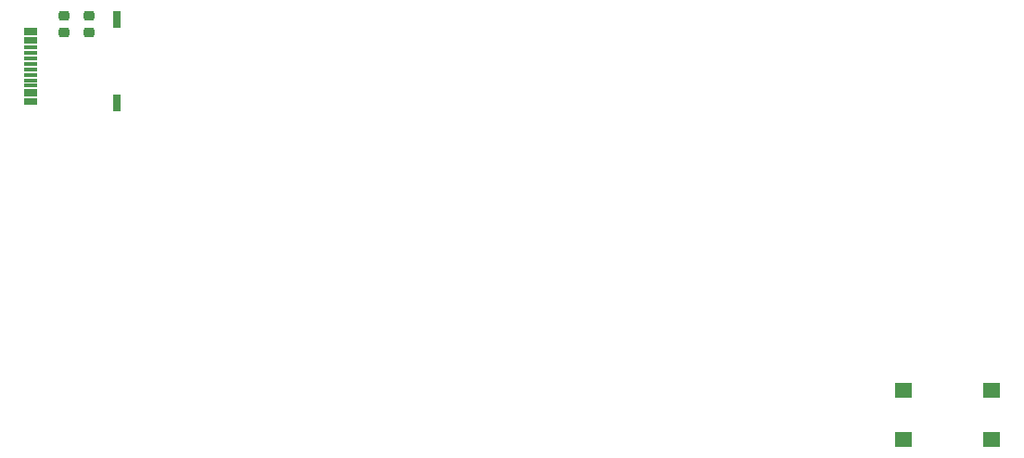
<source format=gbr>
%TF.GenerationSoftware,KiCad,Pcbnew,(6.0.4)*%
%TF.CreationDate,2022-10-13T17:41:33-04:00*%
%TF.ProjectId,ece49022_team44_pcb,65636534-3930-4323-925f-7465616d3434,rev?*%
%TF.SameCoordinates,Original*%
%TF.FileFunction,Paste,Bot*%
%TF.FilePolarity,Positive*%
%FSLAX46Y46*%
G04 Gerber Fmt 4.6, Leading zero omitted, Abs format (unit mm)*
G04 Created by KiCad (PCBNEW (6.0.4)) date 2022-10-13 17:41:33*
%MOMM*%
%LPD*%
G01*
G04 APERTURE LIST*
G04 Aperture macros list*
%AMRoundRect*
0 Rectangle with rounded corners*
0 $1 Rounding radius*
0 $2 $3 $4 $5 $6 $7 $8 $9 X,Y pos of 4 corners*
0 Add a 4 corners polygon primitive as box body*
4,1,4,$2,$3,$4,$5,$6,$7,$8,$9,$2,$3,0*
0 Add four circle primitives for the rounded corners*
1,1,$1+$1,$2,$3*
1,1,$1+$1,$4,$5*
1,1,$1+$1,$6,$7*
1,1,$1+$1,$8,$9*
0 Add four rect primitives between the rounded corners*
20,1,$1+$1,$2,$3,$4,$5,0*
20,1,$1+$1,$4,$5,$6,$7,0*
20,1,$1+$1,$6,$7,$8,$9,0*
20,1,$1+$1,$8,$9,$2,$3,0*%
G04 Aperture macros list end*
%ADD10RoundRect,0.218750X0.256250X-0.218750X0.256250X0.218750X-0.256250X0.218750X-0.256250X-0.218750X0*%
%ADD11R,0.760000X1.600000*%
%ADD12R,1.150000X0.300000*%
%ADD13R,1.600000X1.400000*%
G04 APERTURE END LIST*
D10*
%TO.C,D2*%
X28387600Y-17464900D03*
X28387600Y-15889900D03*
%TD*%
D11*
%TO.C,SW3*%
X30876800Y-16271000D03*
X30876800Y-23891000D03*
%TD*%
D10*
%TO.C,D3*%
X26101600Y-17464900D03*
X26101600Y-15889900D03*
%TD*%
D12*
%TO.C,J6*%
X23035000Y-23888200D03*
X23035000Y-23088200D03*
X23035000Y-21788200D03*
X23035000Y-20788200D03*
X23035000Y-20288200D03*
X23035000Y-19288200D03*
X23035000Y-17988200D03*
X23035000Y-17188200D03*
X23035000Y-17488200D03*
X23035000Y-18288200D03*
X23035000Y-18788200D03*
X23035000Y-19788200D03*
X23035000Y-21288200D03*
X23035000Y-22288200D03*
X23035000Y-22788200D03*
X23035000Y-23588200D03*
%TD*%
D13*
%TO.C,SW2*%
X110721200Y-50089000D03*
X102721200Y-50089000D03*
X102721200Y-54589000D03*
X110721200Y-54589000D03*
%TD*%
M02*

</source>
